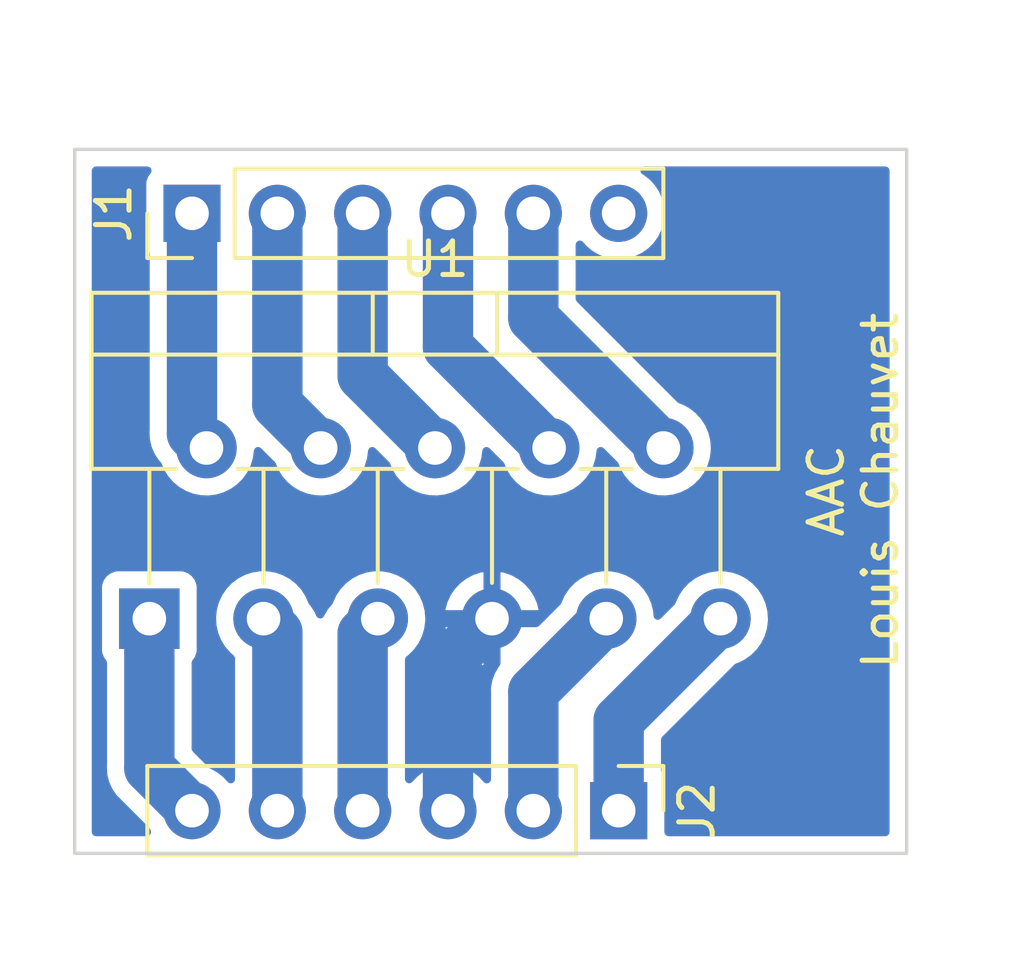
<source format=kicad_pcb>
(kicad_pcb (version 20211014) (generator pcbnew)
  (layers (0 "F.Cu" signal) (31 "B.Cu" signal) (34 "B.Paste" user) (35 "F.Paste" user) (36 "B.SilkS" user "B.Silkscreen") (37 "F.SilkS" user "F.Silkscreen") (38 "B.Mask" user) (39 "F.Mask" user) (44 "Edge.Cuts" user))
  (net 0 "")
  (net 1 "BOOTSTRAP1")
  (net 2 "OUTPUT1")
  (net 3 "DIRECTION")
  (net 4 "BRAKE")
  (net 5 "PWM")
  (net 6 "VS")
  (net 7 "GND")
  (net 8 "CURRENT_SENSE_OUTPUT")
  (net 9 "~THERMAL_SENSE_OUTPUT")
  (net 10 "OUTPUT2")
  (net 11 "BOOTSTRAP2")
  (footprint "Package_TO_SOT_THT:TO-220-11_P3.4x5.08mm_StaggerOdd_Lead4.85mm_Vertical" (layer "F.Cu") (at 151.765 130.175)
    (fp_text reference "U1" (at 8.5 -10.7) (layer "F.SilkS"))
    (fp_text value "LMD18200")
    (fp_line (start -1.72 -7.86) (end 18.72 -7.86) (layer "F.SilkS") (width 0.12))
    (fp_line (start 13.6 -4.459) (end 13.6 -1.065) (layer "F.SilkS") (width 0.12))
    (fp_line (start 6.025 -4.459) (end 7.576 -4.459) (layer "F.SilkS") (width 0.12))
    (fp_line (start 3.4 -4.459) (end 3.4 -1.065) (layer "F.SilkS") (width 0.12))
    (fp_line (start 6.65 -9.7) (end 6.65 -7.86) (layer "F.SilkS") (width 0.12))
    (fp_line (start 0 -4.459) (end 0 -1.05) (layer "F.SilkS") (width 0.12))
    (fp_line (start 9.425 -4.459) (end 10.976 -4.459) (layer "F.SilkS") (width 0.12))
    (fp_line (start 10.2 -4.459) (end 10.2 -1.065) (layer "F.SilkS") (width 0.12))
    (fp_line (start -1.72 -9.7) (end 18.72 -9.7) (layer "F.SilkS") (width 0.12))
    (fp_line (start 12.825 -4.459) (end 14.376 -4.459) (layer "F.SilkS") (width 0.12))
    (fp_line (start 2.625 -4.459) (end 4.176 -4.459) (layer "F.SilkS") (width 0.12))
    (fp_line (start 6.8 -4.459) (end 6.8 -1.065) (layer "F.SilkS") (width 0.12))
    (fp_line (start -1.72 -9.7) (end -1.72 -4.459) (layer "F.SilkS") (width 0.12))
    (fp_line (start 16.225 -4.459) (end 18.72 -4.459) (layer "F.SilkS") (width 0.12))
    (fp_line (start 18.72 -9.7) (end 18.72 -4.459) (layer "F.SilkS") (width 0.12))
    (fp_line (start 10.35 -9.7) (end 10.35 -7.86) (layer "F.SilkS") (width 0.12))
    (fp_line (start -1.72 -4.459) (end 0.776 -4.459) (layer "F.SilkS") (width 0.12))
    (fp_line (start 17 -4.459) (end 17 -1.065) (layer "F.SilkS") (width 0.12))
    (pad "1" thru_hole rect (at 0 0) (size 1.8 1.8) (drill 1) (layers *.Cu *.Mask) (net 1 "BOOTSTRAP1"))
    (pad "2" thru_hole oval (at 1.7 -5.08) (size 1.8 1.8) (drill 1) (layers *.Cu *.Mask) (net 2 "OUTPUT1"))
    (pad "3" thru_hole oval (at 3.4 0) (size 1.8 1.8) (drill 1) (layers *.Cu *.Mask) (net 3 "DIRECTION"))
    (pad "4" thru_hole oval (at 5.1 -5.08) (size 1.8 1.8) (drill 1) (layers *.Cu *.Mask) (net 4 "BRAKE"))
    (pad "5" thru_hole oval (at 6.8 0) (size 1.8 1.8) (drill 1) (layers *.Cu *.Mask) (net 5 "PWM"))
    (pad "6" thru_hole oval (at 8.5 -5.08) (size 1.8 1.8) (drill 1) (layers *.Cu *.Mask) (net 6 "VS"))
    (pad "7" thru_hole oval (at 10.2 0) (size 1.8 1.8) (drill 1) (layers *.Cu *.Mask) (net 7 "GND"))
    (pad "8" thru_hole oval (at 11.9 -5.08) (size 1.8 1.8) (drill 1) (layers *.Cu *.Mask) (net 8 "CURRENT_SENSE_OUTPUT"))
    (pad "9" thru_hole oval (at 13.6 0) (size 1.8 1.8) (drill 1) (layers *.Cu *.Mask) (net 9 "~THERMAL_SENSE_OUTPUT"))
    (pad "10" thru_hole oval (at 15.3 -5.08) (size 1.8 1.8) (drill 1) (layers *.Cu *.Mask) (net 10 "OUTPUT2"))
    (pad "11" thru_hole oval (at 17 0) (size 1.8 1.8) (drill 1) (layers *.Cu *.Mask) (net 11 "BOOTSTRAP2"))
  )
  (footprint "Connector_PinHeader_2.54mm:PinHeader_1x06_P2.54mm_Vertical" (layer "F.Cu") (at 153.035 118.11 90)
    (fp_text reference "J1" (at 0 -2.33 90) (layer "F.SilkS"))
    (fp_text value "Conn_01x06")
    (fp_line (start -1.33 1.27) (end -1.33 14.03) (layer "F.SilkS") (width 0.12))
    (fp_line (start 1.33 1.27) (end 1.33 14.03) (layer "F.SilkS") (width 0.12))
    (fp_line (start -1.33 1.27) (end 1.33 1.27) (layer "F.SilkS") (width 0.12))
    (fp_line (start -1.33 0) (end -1.33 -1.33) (layer "F.SilkS") (width 0.12))
    (fp_line (start -1.33 14.03) (end 1.33 14.03) (layer "F.SilkS") (width 0.12))
    (fp_line (start -1.33 -1.33) (end 0 -1.33) (layer "F.SilkS") (width 0.12))
    (pad "1" thru_hole rect (at 0 0 90) (size 1.7 1.7) (drill 1) (layers *.Cu *.Mask) (net 2 "OUTPUT1"))
    (pad "2" thru_hole oval (at 0 2.54 90) (size 1.7 1.7) (drill 1) (layers *.Cu *.Mask) (net 4 "BRAKE"))
    (pad "3" thru_hole oval (at 0 5.08 90) (size 1.7 1.7) (drill 1) (layers *.Cu *.Mask) (net 6 "VS"))
    (pad "4" thru_hole oval (at 0 7.62 90) (size 1.7 1.7) (drill 1) (layers *.Cu *.Mask) (net 8 "CURRENT_SENSE_OUTPUT"))
    (pad "5" thru_hole oval (at 0 10.16 90) (size 1.7 1.7) (drill 1) (layers *.Cu *.Mask) (net 10 "OUTPUT2"))
    (pad "6" thru_hole oval (at 0 12.7 90) (size 1.7 1.7) (drill 1) (layers *.Cu *.Mask))
  )
  (footprint "Connector_PinHeader_2.54mm:PinHeader_1x06_P2.54mm_Vertical" (layer "F.Cu") (at 165.735 135.89 -90)
    (fp_text reference "J2" (at 0 -2.33 90) (layer "F.SilkS"))
    (fp_text value "Conn_01x06")
    (fp_line (start -1.33 14.03) (end 1.33 14.03) (layer "F.SilkS") (width 0.12))
    (fp_line (start 1.33 1.27) (end 1.33 14.03) (layer "F.SilkS") (width 0.12))
    (fp_line (start -1.33 1.27) (end -1.33 14.03) (layer "F.SilkS") (width 0.12))
    (fp_line (start -1.33 1.27) (end 1.33 1.27) (layer "F.SilkS") (width 0.12))
    (fp_line (start -1.33 -1.33) (end 0 -1.33) (layer "F.SilkS") (width 0.12))
    (fp_line (start -1.33 0) (end -1.33 -1.33) (layer "F.SilkS") (width 0.12))
    (pad "1" thru_hole rect (at 0 0 270) (size 1.7 1.7) (drill 1) (layers *.Cu *.Mask) (net 11 "BOOTSTRAP2"))
    (pad "2" thru_hole oval (at 0 2.54 270) (size 1.7 1.7) (drill 1) (layers *.Cu *.Mask) (net 9 "~THERMAL_SENSE_OUTPUT"))
    (pad "3" thru_hole oval (at 0 5.08 270) (size 1.7 1.7) (drill 1) (layers *.Cu *.Mask) (net 7 "GND"))
    (pad "4" thru_hole oval (at 0 7.62 270) (size 1.7 1.7) (drill 1) (layers *.Cu *.Mask) (net 5 "PWM"))
    (pad "5" thru_hole oval (at 0 10.16 270) (size 1.7 1.7) (drill 1) (layers *.Cu *.Mask) (net 3 "DIRECTION"))
    (pad "6" thru_hole oval (at 0 12.7 270) (size 1.7 1.7) (drill 1) (layers *.Cu *.Mask) (net 1 "BOOTSTRAP1"))
  )
  (gr_rect (start 149.5425 116.205) (end 174.3075 137.16) (layer "Edge.Cuts") (width 0.1) (fill none))
  (gr_text "AAC\nLouis Chauvet" (at 172.72 126.365 90) (layer "F.SilkS") (effects (font (size 1 1))))
  (segment (start 151.765 130.175) (end 151.765 134.62) (width 1.5) (layer "B.Cu") (net 1))
  (segment (start 151.765 134.62) (end 153.035 135.89) (width 1.5) (layer "B.Cu") (net 1))
  (segment (start 153.035 118.11) (end 153.035 124.665) (width 1.5) (layer "B.Cu") (net 2))
  (segment (start 153.035 124.665) (end 153.465 125.095) (width 1.5) (layer "B.Cu") (net 2))
  (segment (start 155.575 135.89) (end 155.575 130.585) (width 1.5) (layer "B.Cu") (net 3))
  (segment (start 155.575 130.585) (end 155.165 130.175) (width 1.5) (layer "B.Cu") (net 3))
  (segment (start 155.575 123.805) (end 155.575 118.11) (width 1.5) (layer "B.Cu") (net 4))
  (segment (start 156.865 125.095) (end 155.575 123.805) (width 1.5) (layer "B.Cu") (net 4))
  (segment (start 158.115 130.625) (end 158.565 130.175) (width 1.5) (layer "B.Cu") (net 5))
  (segment (start 158.115 135.89) (end 158.115 130.625) (width 1.5) (layer "B.Cu") (net 5))
  (segment (start 158.115 122.945) (end 160.265 125.095) (width 1.5) (layer "B.Cu") (net 6))
  (segment (start 158.115 118.11) (end 158.115 122.945) (width 1.5) (layer "B.Cu") (net 6))
  (segment (start 160.655 131.485) (end 161.965 130.175) (width 1.5) (layer "B.Cu") (net 7))
  (segment (start 160.655 135.89) (end 160.655 131.485) (width 1.5) (layer "B.Cu") (net 7))
  (segment (start 160.655 122.085) (end 163.665 125.095) (width 1.5) (layer "B.Cu") (net 8))
  (segment (start 160.655 118.11) (end 160.655 122.085) (width 1.5) (layer "B.Cu") (net 8))
  (segment (start 163.195 132.345) (end 165.365 130.175) (width 1.5) (layer "B.Cu") (net 9))
  (segment (start 163.195 135.89) (end 163.195 132.345) (width 1.5) (layer "B.Cu") (net 9))
  (segment (start 163.195 121.225) (end 167.065 125.095) (width 1.5) (layer "B.Cu") (net 10))
  (segment (start 163.195 118.11) (end 163.195 121.225) (width 1.5) (layer "B.Cu") (net 10))
  (segment (start 165.735 133.205) (end 168.765 130.175) (width 1.5) (layer "B.Cu") (net 11))
  (segment (start 165.735 135.89) (end 165.735 133.205) (width 1.5) (layer "B.Cu") (net 11))
  (zone (net 7) (net_name "GND") (layer "B.Cu") (connect_pads (clearance 0.508)) (min_thickness 0.254) (fill yes (thermal_gap 0.508) (thermal_bridge_width 0.508))
    (polygon (pts (xy 177.8 140.335) (xy 147.955 140.335) (xy 147.32 126.365) (xy 149.225 111.76) (xy 177.8 111.76)))
  )
)
</source>
